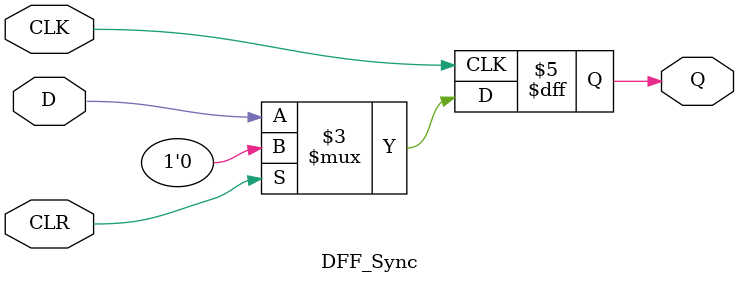
<source format=v>
`timescale 1ns / 1ps

module DFF_Sync(
    input D, CLK, CLR,
    output reg Q //QN
    );
    
    always @(posedge CLK)
        begin
            if (CLR) 
                begin  
                    Q <= 0 ;
                    //QN <= ~Q ;
                end
            else 
                begin
                    Q <= D ;
                   // QN <= ~Q ;
                end
        end                 
endmodule

</source>
